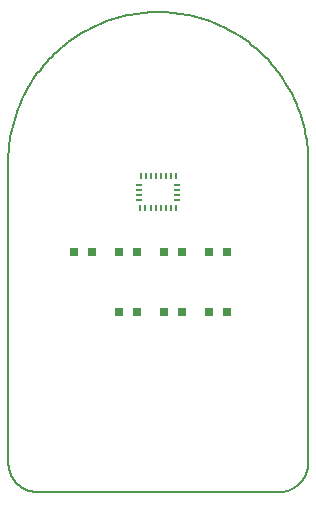
<source format=gtp>
G75*
%MOIN*%
%OFA0B0*%
%FSLAX25Y25*%
%IPPOS*%
%LPD*%
%AMOC8*
5,1,8,0,0,1.08239X$1,22.5*
%
%ADD10C,0.00500*%
%ADD11R,0.03150X0.03150*%
%ADD12R,0.00906X0.02362*%
%ADD13R,0.02362X0.00906*%
D10*
X0001800Y0011800D02*
X0001800Y0111800D01*
X0001815Y0113018D01*
X0001859Y0114234D01*
X0001933Y0115450D01*
X0002037Y0116663D01*
X0002170Y0117873D01*
X0002333Y0119080D01*
X0002525Y0120282D01*
X0002746Y0121480D01*
X0002996Y0122672D01*
X0003275Y0123857D01*
X0003583Y0125035D01*
X0003920Y0126205D01*
X0004285Y0127367D01*
X0004678Y0128519D01*
X0005099Y0129662D01*
X0005548Y0130793D01*
X0006024Y0131914D01*
X0006528Y0133023D01*
X0007058Y0134119D01*
X0007615Y0135202D01*
X0008198Y0136271D01*
X0008806Y0137325D01*
X0009441Y0138365D01*
X0010100Y0139388D01*
X0010784Y0140396D01*
X0011493Y0141386D01*
X0012225Y0142359D01*
X0012981Y0143313D01*
X0013760Y0144249D01*
X0014561Y0145166D01*
X0015385Y0146063D01*
X0016230Y0146939D01*
X0017096Y0147795D01*
X0017983Y0148630D01*
X0018890Y0149442D01*
X0019816Y0150232D01*
X0020762Y0151000D01*
X0021725Y0151744D01*
X0022707Y0152464D01*
X0023706Y0153161D01*
X0024721Y0153833D01*
X0025753Y0154480D01*
X0026800Y0155101D01*
X0027862Y0155697D01*
X0028938Y0156267D01*
X0030027Y0156811D01*
X0031130Y0157327D01*
X0032245Y0157817D01*
X0033371Y0158280D01*
X0034508Y0158715D01*
X0035656Y0159122D01*
X0036813Y0159501D01*
X0037979Y0159852D01*
X0039153Y0160174D01*
X0040335Y0160468D01*
X0041524Y0160733D01*
X0042718Y0160968D01*
X0043918Y0161175D01*
X0045123Y0161352D01*
X0046331Y0161500D01*
X0047543Y0161618D01*
X0048758Y0161707D01*
X0049974Y0161767D01*
X0051191Y0161796D01*
X0052409Y0161796D01*
X0053626Y0161767D01*
X0054842Y0161707D01*
X0056057Y0161618D01*
X0057269Y0161500D01*
X0058477Y0161352D01*
X0059682Y0161175D01*
X0060882Y0160968D01*
X0062076Y0160733D01*
X0063265Y0160468D01*
X0064447Y0160174D01*
X0065621Y0159852D01*
X0066787Y0159501D01*
X0067944Y0159122D01*
X0069092Y0158715D01*
X0070229Y0158280D01*
X0071355Y0157817D01*
X0072470Y0157327D01*
X0073573Y0156811D01*
X0074662Y0156267D01*
X0075738Y0155697D01*
X0076800Y0155101D01*
X0077847Y0154480D01*
X0078879Y0153833D01*
X0079894Y0153161D01*
X0080893Y0152464D01*
X0081875Y0151744D01*
X0082838Y0151000D01*
X0083784Y0150232D01*
X0084710Y0149442D01*
X0085617Y0148630D01*
X0086504Y0147795D01*
X0087370Y0146939D01*
X0088215Y0146063D01*
X0089039Y0145166D01*
X0089840Y0144249D01*
X0090619Y0143313D01*
X0091375Y0142359D01*
X0092107Y0141386D01*
X0092816Y0140396D01*
X0093500Y0139388D01*
X0094159Y0138365D01*
X0094794Y0137325D01*
X0095402Y0136271D01*
X0095985Y0135202D01*
X0096542Y0134119D01*
X0097072Y0133023D01*
X0097576Y0131914D01*
X0098052Y0130793D01*
X0098501Y0129662D01*
X0098922Y0128519D01*
X0099315Y0127367D01*
X0099680Y0126205D01*
X0100017Y0125035D01*
X0100325Y0123857D01*
X0100604Y0122672D01*
X0100854Y0121480D01*
X0101075Y0120282D01*
X0101267Y0119080D01*
X0101430Y0117873D01*
X0101563Y0116663D01*
X0101667Y0115450D01*
X0101741Y0114234D01*
X0101785Y0113018D01*
X0101800Y0111800D01*
X0101800Y0011800D01*
X0101797Y0011558D01*
X0101788Y0011317D01*
X0101774Y0011076D01*
X0101753Y0010835D01*
X0101727Y0010595D01*
X0101695Y0010355D01*
X0101657Y0010116D01*
X0101614Y0009879D01*
X0101564Y0009642D01*
X0101509Y0009407D01*
X0101449Y0009173D01*
X0101382Y0008941D01*
X0101311Y0008710D01*
X0101233Y0008481D01*
X0101150Y0008254D01*
X0101062Y0008029D01*
X0100968Y0007806D01*
X0100869Y0007586D01*
X0100764Y0007368D01*
X0100655Y0007153D01*
X0100540Y0006940D01*
X0100420Y0006730D01*
X0100295Y0006524D01*
X0100165Y0006320D01*
X0100030Y0006119D01*
X0099890Y0005922D01*
X0099746Y0005728D01*
X0099597Y0005538D01*
X0099443Y0005352D01*
X0099285Y0005169D01*
X0099123Y0004990D01*
X0098956Y0004815D01*
X0098785Y0004644D01*
X0098610Y0004477D01*
X0098431Y0004315D01*
X0098248Y0004157D01*
X0098062Y0004003D01*
X0097872Y0003854D01*
X0097678Y0003710D01*
X0097481Y0003570D01*
X0097280Y0003435D01*
X0097076Y0003305D01*
X0096870Y0003180D01*
X0096660Y0003060D01*
X0096447Y0002945D01*
X0096232Y0002836D01*
X0096014Y0002731D01*
X0095794Y0002632D01*
X0095571Y0002538D01*
X0095346Y0002450D01*
X0095119Y0002367D01*
X0094890Y0002289D01*
X0094659Y0002218D01*
X0094427Y0002151D01*
X0094193Y0002091D01*
X0093958Y0002036D01*
X0093721Y0001986D01*
X0093484Y0001943D01*
X0093245Y0001905D01*
X0093005Y0001873D01*
X0092765Y0001847D01*
X0092524Y0001826D01*
X0092283Y0001812D01*
X0092042Y0001803D01*
X0091800Y0001800D01*
X0011800Y0001800D01*
X0011558Y0001803D01*
X0011317Y0001812D01*
X0011076Y0001826D01*
X0010835Y0001847D01*
X0010595Y0001873D01*
X0010355Y0001905D01*
X0010116Y0001943D01*
X0009879Y0001986D01*
X0009642Y0002036D01*
X0009407Y0002091D01*
X0009173Y0002151D01*
X0008941Y0002218D01*
X0008710Y0002289D01*
X0008481Y0002367D01*
X0008254Y0002450D01*
X0008029Y0002538D01*
X0007806Y0002632D01*
X0007586Y0002731D01*
X0007368Y0002836D01*
X0007153Y0002945D01*
X0006940Y0003060D01*
X0006730Y0003180D01*
X0006524Y0003305D01*
X0006320Y0003435D01*
X0006119Y0003570D01*
X0005922Y0003710D01*
X0005728Y0003854D01*
X0005538Y0004003D01*
X0005352Y0004157D01*
X0005169Y0004315D01*
X0004990Y0004477D01*
X0004815Y0004644D01*
X0004644Y0004815D01*
X0004477Y0004990D01*
X0004315Y0005169D01*
X0004157Y0005352D01*
X0004003Y0005538D01*
X0003854Y0005728D01*
X0003710Y0005922D01*
X0003570Y0006119D01*
X0003435Y0006320D01*
X0003305Y0006524D01*
X0003180Y0006730D01*
X0003060Y0006940D01*
X0002945Y0007153D01*
X0002836Y0007368D01*
X0002731Y0007586D01*
X0002632Y0007806D01*
X0002538Y0008029D01*
X0002450Y0008254D01*
X0002367Y0008481D01*
X0002289Y0008710D01*
X0002218Y0008941D01*
X0002151Y0009173D01*
X0002091Y0009407D01*
X0002036Y0009642D01*
X0001986Y0009879D01*
X0001943Y0010116D01*
X0001905Y0010355D01*
X0001873Y0010595D01*
X0001847Y0010835D01*
X0001826Y0011076D01*
X0001812Y0011317D01*
X0001803Y0011558D01*
X0001800Y0011800D01*
D11*
X0038847Y0061800D03*
X0044753Y0061800D03*
X0053847Y0061800D03*
X0059753Y0061800D03*
X0068847Y0061800D03*
X0074753Y0061800D03*
X0074753Y0081800D03*
X0068847Y0081800D03*
X0059753Y0081800D03*
X0053847Y0081800D03*
X0044753Y0081800D03*
X0038847Y0081800D03*
X0029753Y0081800D03*
X0023847Y0081800D03*
D12*
X0045828Y0096485D03*
X0047520Y0096485D03*
X0049213Y0096485D03*
X0050906Y0096485D03*
X0052599Y0096485D03*
X0054292Y0096485D03*
X0055985Y0096485D03*
X0057678Y0096485D03*
X0057725Y0107115D03*
X0056032Y0107115D03*
X0054339Y0107115D03*
X0052646Y0107115D03*
X0050954Y0107115D03*
X0049261Y0107115D03*
X0047568Y0107115D03*
X0045875Y0107115D03*
D13*
X0045501Y0104351D03*
X0045501Y0102658D03*
X0045501Y0100965D03*
X0045501Y0099272D03*
X0058099Y0099272D03*
X0058099Y0100965D03*
X0058099Y0102658D03*
X0058099Y0104351D03*
M02*

</source>
